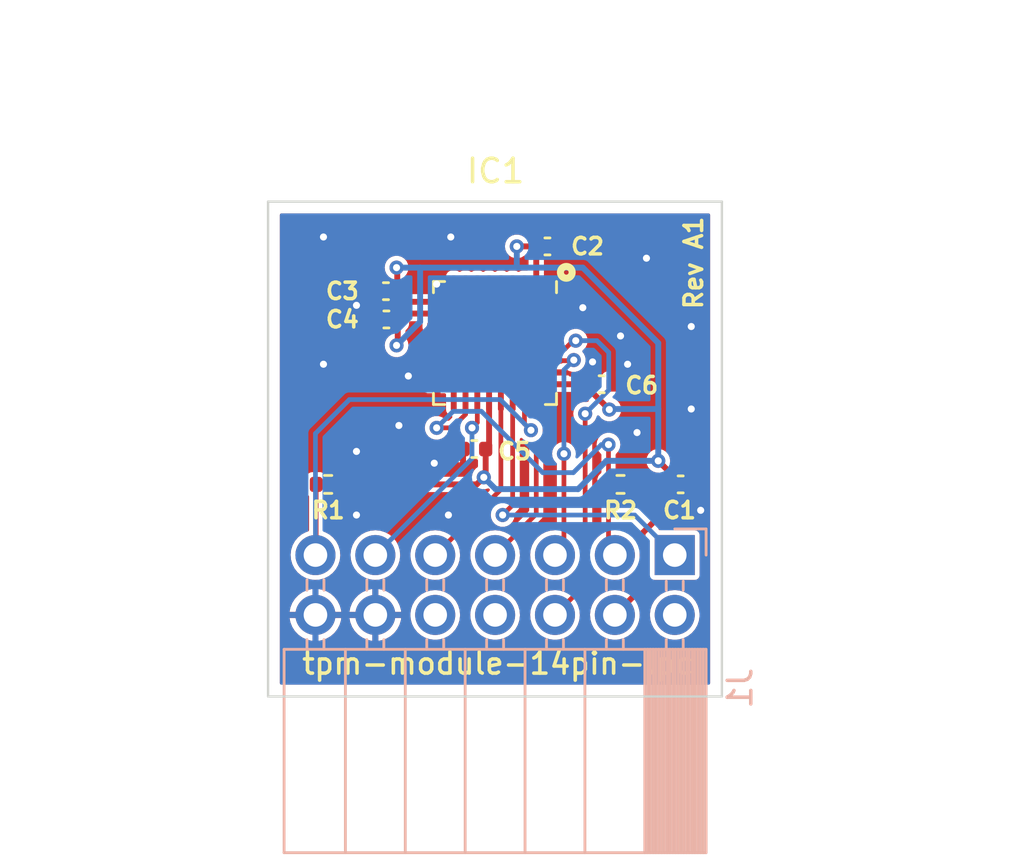
<source format=kicad_pcb>
(kicad_pcb (version 20221018) (generator pcbnew)
  (layers (0 "F.Cu" signal) (31 "B.Cu" signal) (34 "B.Paste" user) (35 "F.Paste" user) (36 "B.SilkS" user "B.Silkscreen") (37 "F.SilkS" user "F.Silkscreen") (38 "B.Mask" user) (39 "F.Mask" user) (44 "Edge.Cuts" user))
  (net 0 "")
  (net 1 "VDD")
  (net 2 "GND")
  (net 5 "LPC_RESET")
  (net 6 "LAD3")
  (net 7 "LAD2")
  (net 8 "LPC_CLK")
  (net 9 "LPC_FRAME")
  (net 10 "LAD1")
  (net 11 "LAD0")
  (net 12 "SERIRQ")
  (footprint "Capacitor_SMD:C_0402_1005Metric" (layer "F.Cu") (at 131.5 90.5 180)
    (fp_text reference "C5" (at -1.7 -0.1) (layer "F.SilkS") (effects (font (size 0.7 0.7))))
    (fp_text value "100n")
    (fp_line (start -0.107836 -0.36) (end 0.107836 -0.36) (stroke (width 0.12)) (layer "F.SilkS"))
    (fp_line (start -0.107836 0.36) (end 0.107836 0.36) (stroke (width 0.12)) (layer "F.SilkS"))
    (pad "1" smd roundrect (at -0.48 0 180) (size 0.56 0.62) (layers "F.Cu" "F.Paste" "F.Mask") (net 1 "VDD"))
    (pad "2" smd roundrect (at 0.48 0 180) (size 0.56 0.62) (layers "F.Cu" "F.Paste" "F.Mask") (net 2 "GND"))
  )
  (footprint "Capacitor_SMD:C_0402_1005Metric" (layer "F.Cu") (at 127.77 85 180)
    (fp_text reference "C4" (at 1.87 0) (layer "F.SilkS") (effects (font (size 0.7 0.7))))
    (fp_text value "100n")
    (fp_line (start -0.107836 -0.36) (end 0.107836 -0.36) (stroke (width 0.12)) (layer "F.SilkS"))
    (fp_line (start -0.107836 0.36) (end 0.107836 0.36) (stroke (width 0.12)) (layer "F.SilkS"))
    (pad "1" smd roundrect (at -0.48 0 180) (size 0.56 0.62) (layers "F.Cu" "F.Paste" "F.Mask") (net 1 "VDD"))
    (pad "2" smd roundrect (at 0.48 0 180) (size 0.56 0.62) (layers "F.Cu" "F.Paste" "F.Mask") (net 2 "GND"))
  )
  (footprint "Capacitor_SMD:C_0402_1005Metric" (layer "F.Cu") (at 140.25 92)
    (fp_text reference "C1" (at -0.05 1.1) (layer "F.SilkS") (effects (font (size 0.7 0.7))))
    (fp_text value "4u7")
    (fp_line (start -0.107836 -0.36) (end 0.107836 -0.36) (stroke (width 0.12)) (layer "F.SilkS"))
    (fp_line (start -0.107836 0.36) (end 0.107836 0.36) (stroke (width 0.12)) (layer "F.SilkS"))
    (pad "1" smd roundrect (at -0.48 0) (size 0.56 0.62) (layers "F.Cu" "F.Paste" "F.Mask") (net 1 "VDD"))
    (pad "2" smd roundrect (at 0.48 0) (size 0.56 0.62) (layers "F.Cu" "F.Paste" "F.Mask") (net 2 "GND"))
  )
  (footprint "Resistor_SMD:R_0402_1005Metric" (layer "F.Cu") (at 137.7 92 180)
    (fp_text reference "R2" (at 0 -1.1) (layer "F.SilkS") (effects (font (size 0.7 0.7))))
    (fp_text value "10k")
    (fp_line (start -0.153641 -0.38) (end 0.153641 -0.38) (stroke (width 0.12)) (layer "F.SilkS"))
    (fp_line (start -0.153641 0.38) (end 0.153641 0.38) (stroke (width 0.12)) (layer "F.SilkS"))
    (pad "1" smd roundrect (at -0.51 0 180) (size 0.54 0.64) (layers "F.Cu" "F.Paste" "F.Mask") (net 1 "VDD"))
    (pad "2" smd roundrect (at 0.51 0 180) (size 0.54 0.64) (layers "F.Cu" "F.Paste" "F.Mask") (net 5 "LPC_RESET"))
  )
  (footprint "Capacitor_SMD:C_0402_1005Metric" (layer "F.Cu") (at 134.6 81.9)
    (fp_text reference "C2" (at 1.7 0) (layer "F.SilkS") (effects (font (size 0.7 0.7))))
    (fp_text value "100n")
    (fp_line (start -0.107836 -0.36) (end 0.107836 -0.36) (stroke (width 0.12)) (layer "F.SilkS"))
    (fp_line (start -0.107836 0.36) (end 0.107836 0.36) (stroke (width 0.12)) (layer "F.SilkS"))
    (pad "1" smd roundrect (at -0.48 0) (size 0.56 0.62) (layers "F.Cu" "F.Paste" "F.Mask") (net 1 "VDD"))
    (pad "2" smd roundrect (at 0.48 0) (size 0.56 0.62) (layers "F.Cu" "F.Paste" "F.Mask") (net 2 "GND"))
  )
  (footprint "Capacitor_SMD:C_0402_1005Metric" (layer "F.Cu") (at 127.75 83.8 180)
    (fp_text reference "C3" (at 1.85 0) (layer "F.SilkS") (effects (font (size 0.7 0.7))))
    (fp_text value "100n")
    (fp_line (start -0.107836 -0.36) (end 0.107836 -0.36) (stroke (width 0.12)) (layer "F.SilkS"))
    (fp_line (start -0.107836 0.36) (end 0.107836 0.36) (stroke (width 0.12)) (layer "F.SilkS"))
    (pad "1" smd roundrect (at -0.48 0 180) (size 0.56 0.62) (layers "F.Cu" "F.Paste" "F.Mask") (net 1 "VDD"))
    (pad "2" smd roundrect (at 0.48 0 180) (size 0.56 0.62) (layers "F.Cu" "F.Paste" "F.Mask") (net 2 "GND"))
  )
  (footprint "Resistor_SMD:R_0402_1005Metric" (layer "F.Cu") (at 125.3 92 180)
    (fp_text reference "R1" (at 0 -1.1) (layer "F.SilkS") (effects (font (size 0.7 0.7))))
    (fp_text value "10k")
    (fp_line (start -0.153641 -0.38) (end 0.153641 -0.38) (stroke (width 0.12)) (layer "F.SilkS"))
    (fp_line (start -0.153641 0.38) (end 0.153641 0.38) (stroke (width 0.12)) (layer "F.SilkS"))
    (pad "1" smd roundrect (at -0.51 0 180) (size 0.54 0.64) (layers "F.Cu" "F.Paste" "F.Mask") (net 1 "VDD"))
    (pad "2" smd roundrect (at 0.51 0 180) (size 0.54 0.64) (layers "F.Cu" "F.Paste" "F.Mask") (net 9 "LPC_FRAME"))
  )
  (footprint "Capacitor_SMD:C_0402_1005Metric" (layer "F.Cu") (at 136.9 87.75)
    (fp_text reference "C6" (at 1.7 0.05) (layer "F.SilkS") (effects (font (size 0.7 0.7))))
    (fp_text value "100n")
    (fp_line (start -0.107836 -0.36) (end 0.107836 -0.36) (stroke (width 0.12)) (layer "F.SilkS"))
    (fp_line (start -0.107836 0.36) (end 0.107836 0.36) (stroke (width 0.12)) (layer "F.SilkS"))
    (pad "1" smd roundrect (at -0.48 0) (size 0.56 0.62) (layers "F.Cu" "F.Paste" "F.Mask") (net 1 "VDD"))
    (pad "2" smd roundrect (at 0.48 0) (size 0.56 0.62) (layers "F.Cu" "F.Paste" "F.Mask") (net 2 "GND"))
  )
  (footprint "Package_DFN_QFN:QFN-32-1EP_5x5mm_P0.5mm_EP3.1x3.1mm" (layer "F.Cu") (at 132.375 86 -90)
    (fp_text reference "IC1" (at -7.3 -0.025 180) (layer "F.SilkS"))
    (fp_text value "Infineon-SLB9665")
    (fp_line (start -2.61 2.61) (end -2.61 2.135) (stroke (width 0.12)) (layer "F.SilkS"))
    (fp_line (start -2.135 -2.61) (end -2.61 -2.61) (stroke (width 0.12)) (layer "F.SilkS"))
    (fp_line (start -2.135 2.61) (end -2.61 2.61) (stroke (width 0.12)) (layer "F.SilkS"))
    (fp_line (start 2.135 -2.61) (end 2.61 -2.61) (stroke (width 0.12)) (layer "F.SilkS"))
    (fp_line (start 2.135 2.61) (end 2.61 2.61) (stroke (width 0.12)) (layer "F.SilkS"))
    (fp_line (start 2.61 -2.61) (end 2.61 -2.135) (stroke (width 0.12)) (layer "F.SilkS"))
    (fp_line (start 2.61 2.61) (end 2.61 2.135) (stroke (width 0.12)) (layer "F.SilkS"))
    (pad "1" smd roundrect (at -2.4375 -1.75 270) (size 0.875 0.25) (layers "F.Cu" "F.Paste" "F.Mask") (net 1 "VDD"))
    (pad "2" smd roundrect (at -2.4375 -1.25 270) (size 0.875 0.25) (layers "F.Cu" "F.Paste" "F.Mask"))
    (pad "3" smd roundrect (at -2.4375 -0.75 270) (size 0.875 0.25) (layers "F.Cu" "F.Paste" "F.Mask"))
    (pad "4" smd roundrect (at -2.4375 -0.25 270) (size 0.875 0.25) (layers "F.Cu" "F.Paste" "F.Mask"))
    (pad "5" smd roundrect (at -2.4375 0.25 270) (size 0.875 0.25) (layers "F.Cu" "F.Paste" "F.Mask"))
    (pad "6" smd roundrect (at -2.4375 0.75 270) (size 0.875 0.25) (layers "F.Cu" "F.Paste" "F.Mask"))
    (pad "7" smd roundrect (at -2.4375 1.25 270) (size 0.875 0.25) (layers "F.Cu" "F.Paste" "F.Mask"))
    (pad "8" smd roundrect (at -2.4375 1.75 270) (size 0.875 0.25) (layers "F.Cu" "F.Paste" "F.Mask"))
    (pad "9" smd roundrect (at -1.75 2.4375 270) (size 0.25 0.875) (layers "F.Cu" "F.Paste" "F.Mask") (net 1 "VDD"))
    (pad "10" smd roundrect (at -1.25 2.4375 270) (size 0.25 0.875) (layers "F.Cu" "F.Paste" "F.Mask") (net 1 "VDD"))
    (pad "11" smd roundrect (at -0.75 2.4375 270) (size 0.25 0.875) (layers "F.Cu" "F.Paste" "F.Mask"))
    (pad "12" smd roundrect (at -0.25 2.4375 270) (size 0.25 0.875) (layers "F.Cu" "F.Paste" "F.Mask"))
    (pad "13" smd roundrect (at 0.25 2.4375 270) (size 0.25 0.875) (layers "F.Cu" "F.Paste" "F.Mask"))
    (pad "14" smd roundrect (at 0.75 2.4375 270) (size 0.25 0.875) (layers "F.Cu" "F.Paste" "F.Mask"))
    (pad "15" smd roundrect (at 1.25 2.4375 270) (size 0.25 0.875) (layers "F.Cu" "F.Paste" "F.Mask"))
    (pad "16" smd roundrect (at 1.75 2.4375 270) (size 0.25 0.875) (layers "F.Cu" "F.Paste" "F.Mask") (net 2 "GND"))
    (pad "17" smd roundrect (at 2.4375 1.75 270) (size 0.875 0.25) (layers "F.Cu" "F.Paste" "F.Mask"))
    (pad "18" smd roundrect (at 2.4375 1.25 270) (size 0.875 0.25) (layers "F.Cu" "F.Paste" "F.Mask") (net 5 "LPC_RESET"))
    (pad "19" smd roundrect (at 2.4375 0.75 270) (size 0.875 0.25) (layers "F.Cu" "F.Paste" "F.Mask") (net 6 "LAD3"))
    (pad "20" smd roundrect (at 2.4375 0.25 270) (size 0.875 0.25) (layers "F.Cu" "F.Paste" "F.Mask") (net 1 "VDD"))
    (pad "21" smd roundrect (at 2.4375 -0.25 270) (size 0.875 0.25) (layers "F.Cu" "F.Paste" "F.Mask") (net 7 "LAD2"))
    (pad "22" smd roundrect (at 2.4375 -0.75 270) (size 0.875 0.25) (layers "F.Cu" "F.Paste" "F.Mask") (net 8 "LPC_CLK"))
    (pad "23" smd roundrect (at 2.4375 -1.25 270) (size 0.875 0.25) (layers "F.Cu" "F.Paste" "F.Mask") (net 9 "LPC_FRAME"))
    (pad "24" smd roundrect (at 2.4375 -1.75 270) (size 0.875 0.25) (layers "F.Cu" "F.Paste" "F.Mask") (net 10 "LAD1"))
    (pad "25" smd roundrect (at 1.75 -2.4375 270) (size 0.25 0.875) (layers "F.Cu" "F.Paste" "F.Mask") (net 1 "VDD"))
    (pad "26" smd roundrect (at 1.25 -2.4375 270) (size 0.25 0.875) (layers "F.Cu" "F.Paste" "F.Mask") (net 2 "GND"))
    (pad "27" smd roundrect (at 0.75 -2.4375 270) (size 0.25 0.875) (layers "F.Cu" "F.Paste" "F.Mask") (net 11 "LAD0"))
    (pad "28" smd roundrect (at 0.25 -2.4375 270) (size 0.25 0.875) (layers "F.Cu" "F.Paste" "F.Mask") (net 12 "SERIRQ"))
    (pad "29" smd roundrect (at -0.25 -2.4375 270) (size 0.25 0.875) (layers "F.Cu" "F.Paste" "F.Mask"))
    (pad "30" smd roundrect (at -0.75 -2.4375 270) (size 0.25 0.875) (layers "F.Cu" "F.Paste" "F.Mask"))
    (pad "31" smd roundrect (at -1.25 -2.4375 270) (size 0.25 0.875) (layers "F.Cu" "F.Paste" "F.Mask"))
    (pad "32" smd roundrect (at -1.75 -2.4375 270) (size 0.25 0.875) (layers "F.Cu" "F.Paste" "F.Mask") (net 2 "GND"))
    (pad "33" smd rect (at 0 0 270) (size 3.1 3.1) (layers "F.Cu" "F.Mask"))
  )
  (footprint "Connector_PinSocket_2.54mm:PinSocket_2x07_P2.54mm_Horizontal" (layer "B.Cu") (at 140 95 90)
    (fp_text reference "J1" (at -5.65 2.77 90) (layer "B.SilkS") (effects (justify mirror)))
    (fp_text value "Conn_02x07")
    (fp_line (start -12.63 -16.57) (end -4 -16.57) (stroke (width 0.12)) (layer "B.SilkS"))
    (fp_line (start -12.63 -13.97) (end -4 -13.97) (stroke (width 0.12)) (layer "B.SilkS"))
    (fp_line (start -12.63 -11.43) (end -4 -11.43) (stroke (width 0.12)) (layer "B.SilkS"))
    (fp_line (start -12.63 -8.89) (end -4 -8.89) (stroke (width 0.12)) (layer "B.SilkS"))
    (fp_line (start -12.63 -6.35) (end -4 -6.35) (stroke (width 0.12)) (layer "B.SilkS"))
    (fp_line (start -12.63 -3.81) (end -4 -3.81) (stroke (width 0.12)) (layer "B.SilkS"))
    (fp_line (start -12.63 -1.27) (end -4 -1.27) (stroke (width 0.12)) (layer "B.SilkS"))
    (fp_line (start -12.63 -1.1519) (end -4 -1.1519) (stroke (width 0.12)) (layer "B.SilkS"))
    (fp_line (start -12.63 -1.033805) (end -4 -1.033805) (stroke (width 0.12)) (layer "B.SilkS"))
    (fp_line (start -12.63 -0.91571) (end -4 -0.91571) (stroke (width 0.12)) (layer "B.SilkS"))
    (fp_line (start -12.63 -0.797615) (end -4 -0.797615) (stroke (width 0.12)) (layer "B.SilkS"))
    (fp_line (start -12.63 -0.67952) (end -4 -0.67952) (stroke (width 0.12)) (layer "B.SilkS"))
    (fp_line (start -12.63 -0.561425) (end -4 -0.561425) (stroke (width 0.12)) (layer "B.SilkS"))
    (fp_line (start -12.63 -0.44333) (end -4 -0.44333) (stroke (width 0.12)) (layer "B.SilkS"))
    (fp_line (start -12.63 -0.325235) (end -4 -0.325235) (stroke (width 0.12)) (layer "B.SilkS"))
    (fp_line (start -12.63 -0.20714) (end -4 -0.20714) (stroke (width 0.12)) (layer "B.SilkS"))
    (fp_line (start -12.63 -0.089045) (end -4 -0.089045) (stroke (width 0.12)) (layer "B.SilkS"))
    (fp_line (start -12.63 0.02905) (end -4 0.02905) (stroke (width 0.12)) (layer "B.SilkS"))
    (fp_line (start -12.63 0.147145) (end -4 0.147145) (stroke (width 0.12)) (layer "B.SilkS"))
    (fp_line (start -12.63 0.26524) (end -4 0.26524) (stroke (width 0.12)) (layer "B.SilkS"))
    (fp_line (start -12.63 0.383335) (end -4 0.383335) (stroke (width 0.12)) (layer "B.SilkS"))
    (fp_line (start -12.63 0.50143) (end -4 0.50143) (stroke (width 0.12)) (layer "B.SilkS"))
    (fp_line (start -12.63 0.619525) (end -4 0.619525) (stroke (width 0.12)) (layer "B.SilkS"))
    (fp_line (start -12.63 0.73762) (end -4 0.73762) (stroke (width 0.12)) (layer "B.SilkS"))
    (fp_line (start -12.63 0.855715) (end -4 0.855715) (stroke (width 0.12)) (layer "B.SilkS"))
    (fp_line (start -12.63 0.97381) (end -4 0.97381) (stroke (width 0.12)) (layer "B.SilkS"))
    (fp_line (start -12.63 1.091905) (end -4 1.091905) (stroke (width 0.12)) (layer "B.SilkS"))
    (fp_line (start -12.63 1.21) (end -4 1.21) (stroke (width 0.12)) (layer "B.SilkS"))
    (fp_line (start -12.63 1.33) (end -12.63 -16.57) (stroke (width 0.12)) (layer "B.SilkS"))
    (fp_line (start -12.63 1.33) (end -4 1.33) (stroke (width 0.12)) (layer "B.SilkS"))
    (fp_line (start -4 -15.6) (end -3.59 -15.6) (stroke (width 0.12)) (layer "B.SilkS"))
    (fp_line (start -4 -14.88) (end -3.59 -14.88) (stroke (width 0.12)) (layer "B.SilkS"))
    (fp_line (start -4 -13.06) (end -3.59 -13.06) (stroke (width 0.12)) (layer "B.SilkS"))
    (fp_line (start -4 -12.34) (end -3.59 -12.34) (stroke (width 0.12)) (layer "B.SilkS"))
    (fp_line (start -4 -10.52) (end -3.59 -10.52) (stroke (width 0.12)) (layer "B.SilkS"))
    (fp_line (start -4 -9.8) (end -3.59 -9.8) (stroke (width 0.12)) (layer "B.SilkS"))
    (fp_line (start -4 -7.98) (end -3.59 -7.98) (stroke (width 0.12)) (layer "B.SilkS"))
    (fp_line (start -4 -7.26) (end -3.59 -7.26) (stroke (width 0.12)) (layer "B.SilkS"))
    (fp_line (start -4 -5.44) (end -3.59 -5.44) (stroke (width 0.12)) (layer "B.SilkS"))
    (fp_line (start -4 -4.72) (end -3.59 -4.72) (stroke (width 0.12)) (layer "B.SilkS"))
    (fp_line (start -4 -2.9) (end -3.59 -2.9) (stroke (width 0.12)) (layer "B.SilkS"))
    (fp_line (start -4 -2.18) (end -3.59 -2.18) (stroke (width 0.12)) (layer "B.SilkS"))
    (fp_line (start -4 -0.36) (end -3.59 -0.36) (stroke (width 0.12)) (layer "B.SilkS"))
    (fp_line (start -4 0.36) (end -3.59 0.36) (stroke (width 0.12)) (layer "B.SilkS"))
    (fp_line (start -4 1.33) (end -4 -16.57) (stroke (width 0.12)) (layer "B.SilkS"))
    (fp_line (start -1.49 -15.6) (end -1.05 -15.6) (stroke (width 0.12)) (layer "B.SilkS"))
    (fp_line (start -1.49 -14.88) (end -1.05 -14.88) (stroke (width 0.12)) (layer "B.SilkS"))
    (fp_line (start -1.49 -13.06) (end -1.05 -13.06) (stroke (width 0.12)) (layer "B.SilkS"))
    (fp_line (start -1.49 -12.34) (end -1.05 -12.34) (stroke (width 0.12)) (layer "B.SilkS"))
    (fp_line (start -1.49 -10.52) (end -1.05 -10.52) (stroke (width 0.12)) (layer "B.SilkS"))
    (fp_line (start -1.49 -9.8) (end -1.05 -9.8) (stroke (width 0.12)) (layer "B.SilkS"))
    (fp_line (start -1.49 -7.98) (end -1.05 -7.98) (stroke (width 0.12)) (layer "B.SilkS"))
    (fp_line (start -1.49 -7.26) (end -1.05 -7.26) (stroke (width 0.12)) (layer "B.SilkS"))
    (fp_line (start -1.49 -5.44) (end -1.05 -5.44) (stroke (width 0.12)) (layer "B.SilkS"))
    (fp_line (start -1.49 -4.72) (end -1.05 -4.72) (stroke (width 0.12)) (layer "B.SilkS"))
    (fp_line (start -1.49 -2.9) (end -1.05 -2.9) (stroke (width 0.12)) (layer "B.SilkS"))
    (fp_line (start -1.49 -2.18) (end -1.05 -2.18) (stroke (width 0.12)) (layer "B.SilkS"))
    (fp_line (start -1.49 -0.36) (end -1.11 -0.36) (stroke (width 0.12)) (layer "B.SilkS"))
    (fp_line (start -1.49 0.36) (end -1.11 0.36) (stroke (width 0.12)) (layer "B.SilkS"))
    (fp_line (start 0 1.33) (end 1.11 1.33) (stroke (width 0.12)) (layer "B.SilkS"))
    (fp_line (start 1.11 1.33) (end 1.11 0) (stroke (width 0.12)) (layer "B.SilkS"))
    (pad "1" thru_hole rect (at 0 0 90) (size 1.7 1.7) (drill 1) (layers "*.Cu" "*.Mask") (net 8 "LPC_CLK"))
    (pad "2" thru_hole oval (at -2.54 0 90) (size 1.7 1.7) (drill 1) (layers "*.Cu" "*.Mask"))
    (pad "3" thru_hole oval (at 0 -2.54 90) (size 1.7 1.7) (drill 1) (layers "*.Cu" "*.Mask") (net 5 "LPC_RESET"))
    (pad "4" thru_hole oval (at -2.54 -2.54 90) (size 1.7 1.7) (drill 1) (layers "*.Cu" "*.Mask") (net 1 "VDD"))
    (pad "5" thru_hole oval (at 0 -5.08 90) (size 1.7 1.7) (drill 1) (layers "*.Cu" "*.Mask") (net 11 "LAD0"))
    (pad "6" thru_hole oval (at -2.54 -5.08 90) (size 1.7 1.7) (drill 1) (layers "*.Cu" "*.Mask") (net 12 "SERIRQ"))
    (pad "7" thru_hole oval (at 0 -7.62 90) (size 1.7 1.7) (drill 1) (layers "*.Cu" "*.Mask") (net 10 "LAD1"))
    (pad "8" thru_hole oval (at -2.54 -7.62 90) (size 1.7 1.7) (drill 1) (layers "*.Cu" "*.Mask"))
    (pad "9" thru_hole oval (at 0 -10.16 90) (size 1.7 1.7) (drill 1) (layers "*.Cu" "*.Mask") (net 7 "LAD2"))
    (pad "10" thru_hole oval (at -2.54 -10.16 90) (size 1.7 1.7) (drill 1) (layers "*.Cu" "*.Mask"))
    (pad "11" thru_hole oval (at 0 -12.7 90) (size 1.7 1.7) (drill 1) (layers "*.Cu" "*.Mask") (net 6 "LAD3"))
    (pad "12" thru_hole oval (at -2.54 -12.7 90) (size 1.7 1.7) (drill 1) (layers "*.Cu" "*.Mask") (net 2 "GND"))
    (pad "13" thru_hole oval (at 0 -15.24 90) (size 1.7 1.7) (drill 1) (layers "*.Cu" "*.Mask") (net 9 "LPC_FRAME"))
    (pad "14" thru_hole oval (at -2.54 -15.24 90) (size 1.7 1.7) (drill 1) (layers "*.Cu" "*.Mask") (net 2 "GND"))
  )
  (gr_circle (center 135.4 83) (end 135.5 83) (stroke (width 0.3)) (fill none) (layer "F.SilkS"))
  (gr_line (start 122.75 80) (end 122.75 101) (stroke (width 0.1)) (layer "Edge.Cuts"))
  (gr_line (start 142 101) (end 142 80) (stroke (width 0.1)) (layer "Edge.Cuts"))
  (gr_line (start 122.75 101) (end 142 101) (stroke (width 0.1)) (layer "Edge.Cuts"))
  (gr_line (start 142 80) (end 122.75 80) (stroke (width 0.1)) (layer "Edge.Cuts"))
  (gr_text "tpm-module-14pin-lpc\n" (at 132.5 99.6) (layer "F.SilkS") (effects (font (size 0.9 0.9))))
  (gr_text "Rev A1" (at 140.8 82.6 90) (layer "F.SilkS") (effects (font (size 0.75 0.75))))
  (segment (start 132.125 90.355) (end 131.98 90.5) (width 0.25) (layer "F.Cu") (net 1))
  (segment (start 128.23 82.83) (end 128.2 82.8) (width 0.25) (layer "F.Cu") (net 1))
  (segment (start 136.42 87.75) (end 136.42 88.02) (width 0.25) (layer "F.Cu") (net 1))
  (segment (start 128.5 84.75) (end 128.25 85) (width 0.25) (layer "F.Cu") (net 1))
  (segment (start 128.25 86.05) (end 128.2 86.1) (width 0.25) (layer "F.Cu") (net 1))
  (segment (start 134.8125 87.75) (end 136.42 87.75) (width 0.25) (layer "F.Cu") (net 1))
  (segment (start 136.42 88.02) (end 137.223911 88.823911) (width 0.25) (layer "F.Cu") (net 1))
  (segment (start 131.98 90.5) (end 131.98 91.62) (width 0.25) (layer "F.Cu") (net 1))
  (segment (start 129.9375 84.75) (end 128.5 84.75) (width 0.25) (layer "F.Cu") (net 1))
  (segment (start 125.81 92) (end 131.6 92) (width 0.25) (layer "F.Cu") (net 1))
  (segment (start 128.68 84.25) (end 128.23 83.8) (width 0.25) (layer "F.Cu") (net 1))
  (segment (start 138.634511 96.365489) (end 138.634511 94.065489) (width 0.25) (layer "F.Cu") (net 1))
  (segment (start 131.6 92) (end 131.9 91.7) (width 0.25) (layer "F.Cu") (net 1))
  (segment (start 138.634511 94.065489) (end 139.77 92.93) (width 0.25) (layer "F.Cu") (net 1))
  (segment (start 134.125 81.905) (end 134.12 81.9) (width 0.25) (layer "F.Cu") (net 1))
  (segment (start 128.23 83.8) (end 128.23 82.83) (width 0.25) (layer "F.Cu") (net 1))
  (segment (start 139.77 92.93) (end 139.77 92) (width 0.25) (layer "F.Cu") (net 1))
  (segment (start 137.46 97.54) (end 138.634511 96.365489) (width 0.25) (layer "F.Cu") (net 1))
  (segment (start 139.77 91.47) (end 139.3 91) (width 0.25) (layer "F.Cu") (net 1))
  (segment (start 134.125 83.5625) (end 134.125 81.905) (width 0.25) (layer "F.Cu") (net 1))
  (segment (start 139.77 92) (end 139.77 91.47) (width 0.25) (layer "F.Cu") (net 1))
  (segment (start 138.21 92) (end 139.77 92) (width 0.25) (layer "F.Cu") (net 1))
  (segment (start 132.125 88.4375) (end 132.125 90.355) (width 0.25) (layer "F.Cu") (net 1))
  (segment (start 128.25 85) (end 128.25 86.05) (width 0.25) (layer "F.Cu") (net 1))
  (segment (start 131.98 91.62) (end 131.9 91.7) (width 0.25) (layer "F.Cu") (net 1))
  (segment (start 129.9375 84.25) (end 128.68 84.25) (width 0.25) (layer "F.Cu") (net 1))
  (segment (start 134.12 81.9) (end 133.3 81.9) (width 0.25) (layer "F.Cu") (net 1))
  (via (at 139.3 91) (size 0.6) (drill 0.3) (layers "F.Cu" "B.Cu") (net 1))
  (via (at 128.2 86.1) (size 0.6) (drill 0.3) (layers "F.Cu" "B.Cu") (net 1))
  (via (at 137.223911 88.823911) (size 0.6) (drill 0.3) (layers "F.Cu" "B.Cu") (net 1))
  (via (at 133.3 81.9) (size 0.6) (drill 0.3) (layers "F.Cu" "B.Cu") (net 1))
  (via (at 131.9 91.7) (size 0.6) (drill 0.3) (layers "F.Cu" "B.Cu") (net 1))
  (via (at 128.2 82.8) (size 0.6) (drill 0.3) (layers "F.Cu" "B.Cu") (net 1))
  (segment (start 133.3 81.9) (end 133.3 82.8) (width 0.25) (layer "B.Cu") (net 1))
  (segment (start 132.4 92.2) (end 131.9 91.7) (width 0.25) (layer "B.Cu") (net 1))
  (segment (start 129.2 82.8) (end 128.2 82.8) (width 0.25) (layer "B.Cu") (net 1))
  (segment (start 137.247822 88.8) (end 139.3 88.8) (width 0.25) (layer "B.Cu") (net 1))
  (segment (start 139.3 91) (end 139.3 88.8) (width 0.25) (layer "B.Cu") (net 1))
  (segment (start 137.223911 88.823911) (end 137.247822 88.8) (width 0.25) (layer "B.Cu") (net 1))
  (segment (start 129.2 82.8) (end 129.2 85.1) (width 0.25) (layer "B.Cu") (net 1))
  (segment (start 129.2 85.1) (end 128.2 86.1) (width 0.25) (layer "B.Cu") (net 1))
  (segment (start 135.9 92.2) (end 132.4 92.2) (width 0.25) (layer "B.Cu") (net 1))
  (segment (start 136.1 82.8) (end 133.3 82.8) (width 0.25) (layer "B.Cu") (net 1))
  (segment (start 139.3 91) (end 137.1 91) (width 0.25) (layer "B.Cu") (net 1))
  (segment (start 137.1 91) (end 135.9 92.2) (width 0.25) (layer "B.Cu") (net 1))
  (segment (start 139.3 86) (end 136.1 82.8) (width 0.25) (layer "B.Cu") (net 1))
  (segment (start 133.3 82.8) (end 129.2 82.8) (width 0.25) (layer "B.Cu") (net 1))
  (segment (start 139.3 88.8) (end 139.3 86) (width 0.25) (layer "B.Cu") (net 1))
  (via (at 126.5 93.3) (size 0.6) (drill 0.3) (layers "F.Cu" "B.Cu") (net 2))
  (via (at 129.9 83.5) (size 0.6) (drill 0.3) (layers "F.Cu" "B.Cu") (net 2))
  (via (at 136.513734 86.801349) (size 0.6) (drill 0.3) (layers "F.Cu" "B.Cu") (net 2))
  (via (at 125.1 86.9) (size 0.6) (drill 0.3) (layers "F.Cu" "B.Cu") (net 2))
  (via (at 141.1 93.1) (size 0.6) (drill 0.3) (layers "F.Cu" "B.Cu") (net 2))
  (via (at 140.7 88.8) (size 0.6) (drill 0.3) (layers "F.Cu" "B.Cu") (net 2))
  (via (at 128.3 89.5) (size 0.6) (drill 0.3) (layers "F.Cu" "B.Cu") (net 2))
  (via (at 128.7 87.4) (size 0.6) (drill 0.3) (layers "F.Cu" "B.Cu") (net 2))
  (via (at 137.7 85.7) (size 0.6) (drill 0.3) (layers "F.Cu" "B.Cu") (net 2))
  (via (at 126.5 90.6) (size 0.6) (drill 0.3) (layers "F.Cu" "B.Cu") (net 2))
  (via (at 126.5 84.4) (size 0.6) (drill 0.3) (layers "F.Cu" "B.Cu") (net 2))
  (via (at 129.8 91.1) (size 0.6) (drill 0.3) (layers "F.Cu" "B.Cu") (net 2))
  (via (at 138.4 89.8) (size 0.6) (drill 0.3) (layers "F.Cu" "B.Cu") (net 2))
  (via (at 138.8 82.4) (size 0.6) (drill 0.3) (layers "F.Cu" "B.Cu") (net 2))
  (via (at 130.4 93.3) (size 0.6) (drill 0.3) (layers "F.Cu" "B.Cu") (net 2))
  (via (at 125.1 81.5) (size 0.6) (drill 0.3) (layers "F.Cu" "B.Cu") (net 2))
  (via (at 140.7 85.3) (size 0.6) (drill 0.3) (layers "F.Cu" "B.Cu") (net 2))
  (via (at 136.1 84.5) (size 0.6) (drill 0.3) (layers "F.Cu" "B.Cu") (net 2))
  (via (at 130.5 81.5) (size 0.6) (drill 0.3) (layers "F.Cu" "B.Cu") (net 2))
  (via (at 138 86.9) (size 0.6) (drill 0.3) (layers "F.Cu" "B.Cu") (net 2))
  (segment (start 130.552162 89.6) (end 129.9 89.6) (width 0.2) (layer "F.Cu") (net 5))
  (segment (start 137.19 92) (end 137.19 90.31) (width 0.2) (layer "F.Cu") (net 5))
  (segment (start 131.125 88.4375) (end 131.125 89.027162) (width 0.2) (layer "F.Cu") (net 5))
  (segment (start 137.19 91.75) (end 137.19 94.73) (width 0.2) (layer "F.Cu") (net 5))
  (segment (start 137.19 94.73) (end 137.46 95) (width 0.2) (layer "F.Cu") (net 5))
  (segment (start 131.125 89.027162) (end 130.552162 89.6) (width 0.2) (layer "F.Cu") (net 5))
  (segment (start 137.19 90.31) (end 137.2 90.3) (width 0.2) (layer "F.Cu") (net 5))
  (via (at 129.9 89.6) (size 0.6) (drill 0.3) (layers "F.Cu" "B.Cu") (net 5))
  (via (at 137.19 90.31) (size 0.6) (drill 0.3) (layers "F.Cu" "B.Cu") (net 5))
  (segment (start 129.9 89.6) (end 130.6 88.9) (width 0.2) (layer "B.Cu") (net 5))
  (segment (start 134.4 91.5) (end 135.7 91.5) (width 0.2) (layer "B.Cu") (net 5))
  (segment (start 135.7 91.5) (end 136.89 90.31) (width 0.2) (layer "B.Cu") (net 5))
  (segment (start 130.6 88.9) (end 131.8 88.9) (width 0.2) (layer "B.Cu") (net 5))
  (segment (start 136.89 90.31) (end 137.19 90.31) (width 0.2) (layer "B.Cu") (net 5))
  (segment (start 131.8 88.9) (end 134.4 91.5) (width 0.2) (layer "B.Cu") (net 5))
  (segment (start 131.4 89.6) (end 131.625 89.375) (width 0.2) (layer "F.Cu") (net 6))
  (segment (start 131.625 89.375) (end 131.625 88.4375) (width 0.2) (layer "F.Cu") (net 6))
  (via (at 131.4 89.6) (size 0.6) (drill 0.3) (layers "F.Cu" "B.Cu") (net 6))
  (segment (start 131.4 90.9) (end 127.3 95) (width 0.2) (layer "B.Cu") (net 6))
  (segment (start 131.4 89.6) (end 131.4 90.9) (width 0.2) (layer "B.Cu") (net 6))
  (segment (start 132.625 88.4375) (end 132.625 92.215) (width 0.2) (layer "F.Cu") (net 7))
  (segment (start 132.625 92.215) (end 129.84 95) (width 0.2) (layer "F.Cu") (net 7))
  (segment (start 133.125 92.875) (end 132.7 93.3) (width 0.2) (layer "F.Cu") (net 8))
  (segment (start 133.125 88.4375) (end 133.125 92.875) (width 0.2) (layer "F.Cu") (net 8))
  (via (at 132.7 93.3) (size 0.6) (drill 0.3) (layers "F.Cu" "B.Cu") (net 8))
  (segment (start 140 95) (end 138.3 93.3) (width 0.2) (layer "B.Cu") (net 8))
  (segment (start 138.3 93.3) (end 132.7 93.3) (width 0.2) (layer "B.Cu") (net 8))
  (segment (start 133.625 88.4375) (end 133.625 89.425) (width 0.2) (layer "F.Cu") (net 9))
  (segment (start 124.79 94.97) (end 124.76 95) (width 0.2) (layer "F.Cu") (net 9))
  (segment (start 124.79 92) (end 124.79 94.97) (width 0.2) (layer "F.Cu") (net 9))
  (segment (start 133.625 89.425) (end 133.9 89.7) (width 0.2) (layer "F.Cu") (net 9))
  (via (at 133.9 89.7) (size 0.6) (drill 0.3) (layers "F.Cu" "B.Cu") (net 9))
  (segment (start 133.9 89.7) (end 132.6 88.4) (width 0.2) (layer "B.Cu") (net 9))
  (segment (start 124.76 89.84) (end 124.76 95) (width 0.2) (layer "B.Cu") (net 9))
  (segment (start 132.6 88.4) (end 126.2 88.4) (width 0.2) (layer "B.Cu") (net 9))
  (segment (start 126.2 88.4) (end 124.76 89.84) (width 0.2) (layer "B.Cu") (net 9))
  (segment (start 134.125 93.255) (end 132.38 95) (width 0.2) (layer "F.Cu") (net 10))
  (segment (start 134.125 90.375) (end 134.125 93.255) (width 0.2) (layer "F.Cu") (net 10))
  (segment (start 134.125 89.025) (end 134.499511 89.399511) (width 0.2) (layer "F.Cu") (net 10))
  (segment (start 134.125 88.4375) (end 134.125 89.025) (width 0.2) (layer "F.Cu") (net 10))
  (segment (start 134.499511 90.000489) (end 134.125 90.375) (width 0.2) (layer "F.Cu") (net 10))
  (segment (start 134.499511 89.399511) (end 134.499511 90.000489) (width 0.2) (layer "F.Cu") (net 10))
  (segment (start 135.691275 86.75) (end 134.8125 86.75) (width 0.2) (layer "F.Cu") (net 11))
  (segment (start 135.3 94.62) (end 134.92 95) (width 0.2) (layer "F.Cu") (net 11))
  (segment (start 135.3 90.7) (end 135.3 94.62) (width 0.2) (layer "F.Cu") (net 11))
  (segment (start 135.718058 86.723217) (end 135.691275 86.75) (width 0.2) (layer "F.Cu") (net 11))
  (via (at 135.3 90.7) (size 0.6) (drill 0.3) (layers "F.Cu" "B.Cu") (net 11))
  (via (at 135.718058 86.723217) (size 0.6) (drill 0.3) (layers "F.Cu" "B.Cu") (net 11))
  (segment (start 135.3 87.141275) (end 135.718058 86.723217) (width 0.2) (layer "B.Cu") (net 11))
  (segment (start 135.3 90.7) (end 135.3 87.141275) (width 0.2) (layer "B.Cu") (net 11))
  (segment (start 136.2 96.26) (end 134.92 97.54) (width 0.2) (layer "F.Cu") (net 12))
  (segment (start 135.8 85.9) (end 135.693437 85.9) (width 0.2) (layer "F.Cu") (net 12))
  (segment (start 135.693437 85.9) (end 135.343437 86.25) (width 0.2) (layer "F.Cu") (net 12))
  (segment (start 136.2 89) (end 136.2 96.26) (width 0.2) (layer "F.Cu") (net 12))
  (segment (start 135.343437 86.25) (end 134.8125 86.25) (width 0.2) (layer "F.Cu") (net 12))
  (via (at 135.8 85.9) (size 0.6) (drill 0.3) (layers "F.Cu" "B.Cu") (net 12))
  (via (at 136.2 89) (size 0.6) (drill 0.3) (layers "F.Cu" "B.Cu") (net 12))
  (segment (start 137.2 86.4) (end 137.2 88) (width 0.2) (layer "B.Cu") (net 12))
  (segment (start 135.8 85.9) (end 136.7 85.9) (width 0.2) (layer "B.Cu") (net 12))
  (segment (start 136.7 85.9) (end 137.2 86.4) (width 0.2) (layer "B.Cu") (net 12))
  (segment (start 137.2 88) (end 136.2 89) (width 0.2) (layer "B.Cu") (net 12))
  (zone (net 2) (net_name "GND") (layers "F&B.Cu") (connect_pads (clearance 0.127)) (min_thickness 0.127) (fill yes (thermal_gap 0.254) (thermal_bridge_width 0.254))
    (polygon (pts (xy 141.5 100.5) (xy 123.25 100.5) (xy 123.25 80.5) (xy 141.5 80.5)))
  )
)
</source>
